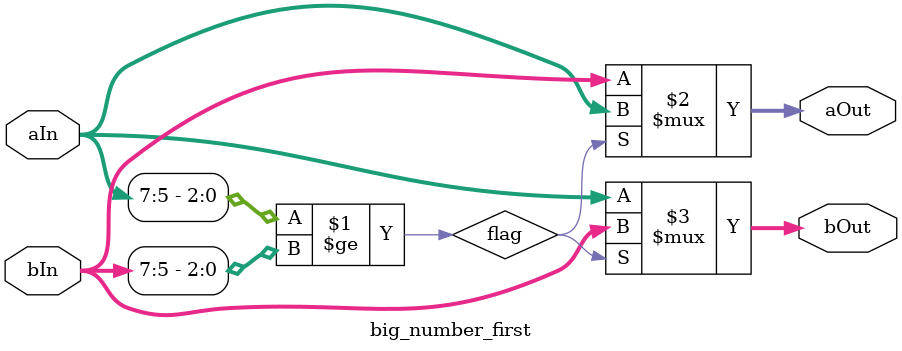
<source format=v>
module big_number_first(aIn,bIn,aOut,bOut);
	input [7:0] aIn, bIn;
	output [7:0] aOut, bOut;
	wire flag;
	assign flag = (aIn[7:5] >= bIn[7:5]);
	assign aOut = flag ? aIn : bIn;		//? is a turnary operator, it states that anything to the left of the ? if it's true, then it makes the
													//right of ? true, then whatever is on the right of the : must be false
	assign bOut = flag ? bIn : aIn;		//clearly bOut must be opposite of aOut
endmodule

</source>
